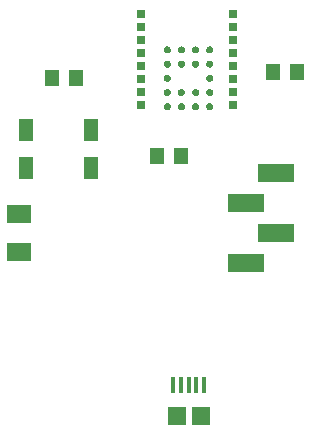
<source format=gtp>
G04 Layer: TopPasteMaskLayer*
G04 EasyEDA v5.9.42, Tue, 16 Apr 2019 11:47:19 GMT*
G04 d50fdd4d9f664dc78ddcbe030e5111f0*
G04 Gerber Generator version 0.2*
G04 Scale: 100 percent, Rotated: No, Reflected: No *
G04 Dimensions in inches *
G04 leading zeros omitted , absolute positions ,2 integer and 4 decimal *
%FSLAX24Y24*%
%MOIN*%
G90*
G70D02*

%ADD13R,0.120000X0.060000*%
%ADD14R,0.078740X0.063000*%
%ADD15R,0.031500X0.027560*%
%ADD16R,0.045670X0.057087*%
%ADD17R,0.015748X0.053150*%
%ADD18R,0.059055X0.061024*%
%ADD19R,0.051200X0.074800*%

%LPD*%
G54D13*
G01X10150Y8800D03*
G01X9150Y7800D03*
G01X10150Y6800D03*
G01X9150Y5800D03*
G54D14*
G01X1600Y6169D03*
G01X1600Y7430D03*
G54D15*
G01X5668Y14070D03*
G01X5668Y13637D03*
G01X5668Y13203D03*
G01X5668Y12771D03*
G01X5668Y12338D03*
G01X5668Y11905D03*
G01X5668Y11471D03*
G01X5668Y11038D03*
G01X8739Y11038D03*
G01X8739Y11471D03*
G01X8739Y11905D03*
G01X8739Y12338D03*
G01X8739Y12771D03*
G01X8739Y13203D03*
G01X8739Y13637D03*
G01X8739Y14070D03*
G36*
G01X6417Y10998D02*
G01X6417Y11013D01*
G01X6419Y11026D01*
G01X6425Y11040D01*
G01X6430Y11053D01*
G01X6438Y11065D01*
G01X6446Y11076D01*
G01X6457Y11088D01*
G01X6467Y11096D01*
G01X6480Y11103D01*
G01X6492Y11109D01*
G01X6507Y11113D01*
G01X6521Y11115D01*
G01X6534Y11117D01*
G01X6534Y11117D01*
G01X6548Y11115D01*
G01X6563Y11113D01*
G01X6576Y11109D01*
G01X6590Y11103D01*
G01X6601Y11096D01*
G01X6613Y11088D01*
G01X6623Y11076D01*
G01X6632Y11065D01*
G01X6640Y11053D01*
G01X6646Y11040D01*
G01X6650Y11026D01*
G01X6651Y11013D01*
G01X6653Y10998D01*
G01X6653Y10998D01*
G01X6651Y10984D01*
G01X6650Y10971D01*
G01X6646Y10957D01*
G01X6640Y10944D01*
G01X6632Y10932D01*
G01X6623Y10921D01*
G01X6613Y10911D01*
G01X6601Y10901D01*
G01X6590Y10894D01*
G01X6576Y10888D01*
G01X6563Y10884D01*
G01X6548Y10882D01*
G01X6534Y10880D01*
G01X6534Y10880D01*
G01X6521Y10882D01*
G01X6507Y10884D01*
G01X6492Y10888D01*
G01X6480Y10894D01*
G01X6467Y10901D01*
G01X6457Y10911D01*
G01X6446Y10921D01*
G01X6438Y10932D01*
G01X6430Y10944D01*
G01X6425Y10957D01*
G01X6419Y10971D01*
G01X6417Y10984D01*
G01X6417Y10998D01*
G01X6417Y10998D01*
G37*
G36*
G01X7126Y10998D02*
G01X7125Y10984D01*
G01X7121Y10971D01*
G01X7117Y10957D01*
G01X7111Y10944D01*
G01X7105Y10932D01*
G01X7096Y10921D01*
G01X7086Y10911D01*
G01X7075Y10901D01*
G01X7061Y10894D01*
G01X7048Y10888D01*
G01X7036Y10884D01*
G01X7021Y10882D01*
G01X7007Y10880D01*
G01X7007Y10880D01*
G01X6992Y10882D01*
G01X6978Y10884D01*
G01X6965Y10888D01*
G01X6953Y10894D01*
G01X6940Y10901D01*
G01X6928Y10911D01*
G01X6919Y10921D01*
G01X6909Y10932D01*
G01X6903Y10944D01*
G01X6896Y10957D01*
G01X6892Y10971D01*
G01X6890Y10984D01*
G01X6888Y10998D01*
G01X6888Y10998D01*
G01X6890Y11013D01*
G01X6892Y11026D01*
G01X6896Y11040D01*
G01X6903Y11053D01*
G01X6909Y11065D01*
G01X6919Y11076D01*
G01X6928Y11088D01*
G01X6940Y11096D01*
G01X6953Y11103D01*
G01X6965Y11109D01*
G01X6978Y11113D01*
G01X6992Y11115D01*
G01X7007Y11117D01*
G01X7007Y11117D01*
G01X7021Y11115D01*
G01X7036Y11113D01*
G01X7048Y11109D01*
G01X7061Y11103D01*
G01X7075Y11096D01*
G01X7086Y11088D01*
G01X7096Y11076D01*
G01X7105Y11065D01*
G01X7111Y11053D01*
G01X7117Y11040D01*
G01X7121Y11026D01*
G01X7125Y11013D01*
G01X7126Y10998D01*
G01X7126Y10998D01*
G37*
G36*
G01X7598Y10998D02*
G01X7596Y10984D01*
G01X7594Y10971D01*
G01X7590Y10957D01*
G01X7584Y10944D01*
G01X7576Y10932D01*
G01X7567Y10921D01*
G01X7557Y10911D01*
G01X7546Y10901D01*
G01X7534Y10894D01*
G01X7521Y10888D01*
G01X7507Y10884D01*
G01X7494Y10882D01*
G01X7480Y10880D01*
G01X7480Y10880D01*
G01X7465Y10882D01*
G01X7451Y10884D01*
G01X7438Y10888D01*
G01X7425Y10894D01*
G01X7413Y10901D01*
G01X7401Y10911D01*
G01X7392Y10921D01*
G01X7382Y10932D01*
G01X7375Y10944D01*
G01X7369Y10957D01*
G01X7365Y10971D01*
G01X7363Y10984D01*
G01X7361Y10998D01*
G01X7361Y10998D01*
G01X7363Y11013D01*
G01X7365Y11026D01*
G01X7369Y11040D01*
G01X7375Y11053D01*
G01X7382Y11065D01*
G01X7392Y11076D01*
G01X7401Y11088D01*
G01X7413Y11096D01*
G01X7425Y11103D01*
G01X7438Y11109D01*
G01X7451Y11113D01*
G01X7465Y11115D01*
G01X7480Y11117D01*
G01X7480Y11117D01*
G01X7494Y11115D01*
G01X7507Y11113D01*
G01X7521Y11109D01*
G01X7534Y11103D01*
G01X7546Y11096D01*
G01X7557Y11088D01*
G01X7567Y11076D01*
G01X7576Y11065D01*
G01X7584Y11053D01*
G01X7590Y11040D01*
G01X7594Y11026D01*
G01X7596Y11013D01*
G01X7598Y10998D01*
G01X7598Y10998D01*
G37*
G36*
G01X8071Y10998D02*
G01X8069Y10984D01*
G01X8067Y10971D01*
G01X8063Y10957D01*
G01X8057Y10944D01*
G01X8050Y10932D01*
G01X8040Y10921D01*
G01X8030Y10911D01*
G01X8019Y10901D01*
G01X8007Y10894D01*
G01X7994Y10888D01*
G01X7980Y10884D01*
G01X7967Y10882D01*
G01X7951Y10880D01*
G01X7951Y10880D01*
G01X7938Y10882D01*
G01X7923Y10884D01*
G01X7911Y10888D01*
G01X7898Y10894D01*
G01X7884Y10901D01*
G01X7873Y10911D01*
G01X7863Y10921D01*
G01X7855Y10932D01*
G01X7848Y10944D01*
G01X7842Y10957D01*
G01X7838Y10971D01*
G01X7834Y10984D01*
G01X7834Y10998D01*
G01X7834Y10998D01*
G01X7834Y11013D01*
G01X7838Y11026D01*
G01X7842Y11040D01*
G01X7848Y11053D01*
G01X7855Y11065D01*
G01X7863Y11076D01*
G01X7873Y11088D01*
G01X7884Y11096D01*
G01X7898Y11103D01*
G01X7911Y11109D01*
G01X7923Y11113D01*
G01X7938Y11115D01*
G01X7951Y11117D01*
G01X7951Y11117D01*
G01X7967Y11115D01*
G01X7980Y11113D01*
G01X7994Y11109D01*
G01X8007Y11103D01*
G01X8019Y11096D01*
G01X8030Y11088D01*
G01X8040Y11076D01*
G01X8050Y11065D01*
G01X8057Y11053D01*
G01X8063Y11040D01*
G01X8067Y11026D01*
G01X8069Y11013D01*
G01X8071Y10998D01*
G01X8071Y10998D01*
G37*
G36*
G01X6653Y11471D02*
G01X6651Y11457D01*
G01X6650Y11442D01*
G01X6646Y11430D01*
G01X6640Y11417D01*
G01X6632Y11405D01*
G01X6623Y11392D01*
G01X6613Y11382D01*
G01X6601Y11373D01*
G01X6590Y11367D01*
G01X6576Y11361D01*
G01X6563Y11357D01*
G01X6548Y11353D01*
G01X6534Y11353D01*
G01X6534Y11353D01*
G01X6521Y11353D01*
G01X6507Y11357D01*
G01X6492Y11361D01*
G01X6480Y11367D01*
G01X6467Y11373D01*
G01X6457Y11382D01*
G01X6446Y11392D01*
G01X6438Y11405D01*
G01X6430Y11417D01*
G01X6425Y11430D01*
G01X6419Y11442D01*
G01X6417Y11457D01*
G01X6417Y11471D01*
G01X6417Y11471D01*
G01X6417Y11486D01*
G01X6419Y11500D01*
G01X6425Y11513D01*
G01X6430Y11526D01*
G01X6438Y11538D01*
G01X6446Y11550D01*
G01X6457Y11559D01*
G01X6467Y11569D01*
G01X6480Y11576D01*
G01X6492Y11582D01*
G01X6507Y11586D01*
G01X6521Y11588D01*
G01X6534Y11590D01*
G01X6534Y11590D01*
G01X6548Y11588D01*
G01X6563Y11586D01*
G01X6576Y11582D01*
G01X6590Y11576D01*
G01X6601Y11569D01*
G01X6613Y11559D01*
G01X6623Y11550D01*
G01X6632Y11538D01*
G01X6640Y11526D01*
G01X6646Y11513D01*
G01X6650Y11500D01*
G01X6651Y11486D01*
G01X6653Y11471D01*
G01X6653Y11471D01*
G37*
G36*
G01X7126Y11471D02*
G01X7125Y11457D01*
G01X7121Y11442D01*
G01X7117Y11430D01*
G01X7111Y11417D01*
G01X7105Y11405D01*
G01X7096Y11392D01*
G01X7086Y11382D01*
G01X7075Y11373D01*
G01X7061Y11367D01*
G01X7048Y11361D01*
G01X7036Y11357D01*
G01X7021Y11353D01*
G01X7007Y11353D01*
G01X7007Y11353D01*
G01X6992Y11353D01*
G01X6978Y11357D01*
G01X6965Y11361D01*
G01X6953Y11367D01*
G01X6940Y11373D01*
G01X6928Y11382D01*
G01X6919Y11392D01*
G01X6909Y11405D01*
G01X6903Y11417D01*
G01X6896Y11430D01*
G01X6892Y11442D01*
G01X6890Y11457D01*
G01X6888Y11471D01*
G01X6888Y11471D01*
G01X6890Y11486D01*
G01X6892Y11500D01*
G01X6896Y11513D01*
G01X6903Y11526D01*
G01X6909Y11538D01*
G01X6919Y11550D01*
G01X6928Y11559D01*
G01X6940Y11569D01*
G01X6953Y11576D01*
G01X6965Y11582D01*
G01X6978Y11586D01*
G01X6992Y11588D01*
G01X7007Y11590D01*
G01X7007Y11590D01*
G01X7021Y11588D01*
G01X7036Y11586D01*
G01X7048Y11582D01*
G01X7061Y11576D01*
G01X7075Y11569D01*
G01X7086Y11559D01*
G01X7096Y11550D01*
G01X7105Y11538D01*
G01X7111Y11526D01*
G01X7117Y11513D01*
G01X7121Y11500D01*
G01X7125Y11486D01*
G01X7126Y11471D01*
G01X7126Y11471D01*
G37*
G36*
G01X7598Y11471D02*
G01X7596Y11457D01*
G01X7594Y11442D01*
G01X7590Y11430D01*
G01X7584Y11417D01*
G01X7576Y11405D01*
G01X7567Y11392D01*
G01X7557Y11382D01*
G01X7546Y11373D01*
G01X7534Y11367D01*
G01X7521Y11361D01*
G01X7507Y11357D01*
G01X7494Y11353D01*
G01X7480Y11353D01*
G01X7480Y11353D01*
G01X7465Y11353D01*
G01X7451Y11357D01*
G01X7438Y11361D01*
G01X7425Y11367D01*
G01X7413Y11373D01*
G01X7401Y11382D01*
G01X7392Y11392D01*
G01X7382Y11405D01*
G01X7375Y11417D01*
G01X7369Y11430D01*
G01X7365Y11442D01*
G01X7363Y11457D01*
G01X7361Y11471D01*
G01X7361Y11471D01*
G01X7363Y11486D01*
G01X7365Y11500D01*
G01X7369Y11513D01*
G01X7375Y11526D01*
G01X7382Y11538D01*
G01X7392Y11550D01*
G01X7401Y11559D01*
G01X7413Y11569D01*
G01X7425Y11576D01*
G01X7438Y11582D01*
G01X7451Y11586D01*
G01X7465Y11588D01*
G01X7480Y11590D01*
G01X7480Y11590D01*
G01X7494Y11588D01*
G01X7507Y11586D01*
G01X7521Y11582D01*
G01X7534Y11576D01*
G01X7546Y11569D01*
G01X7557Y11559D01*
G01X7567Y11550D01*
G01X7576Y11538D01*
G01X7584Y11526D01*
G01X7590Y11513D01*
G01X7594Y11500D01*
G01X7596Y11486D01*
G01X7598Y11471D01*
G01X7598Y11471D01*
G37*
G36*
G01X8071Y11471D02*
G01X8069Y11457D01*
G01X8067Y11442D01*
G01X8063Y11430D01*
G01X8057Y11417D01*
G01X8050Y11405D01*
G01X8040Y11392D01*
G01X8030Y11382D01*
G01X8019Y11373D01*
G01X8007Y11367D01*
G01X7994Y11361D01*
G01X7980Y11357D01*
G01X7967Y11353D01*
G01X7951Y11353D01*
G01X7951Y11353D01*
G01X7938Y11353D01*
G01X7923Y11357D01*
G01X7911Y11361D01*
G01X7898Y11367D01*
G01X7884Y11373D01*
G01X7873Y11382D01*
G01X7863Y11392D01*
G01X7855Y11405D01*
G01X7848Y11417D01*
G01X7842Y11430D01*
G01X7838Y11442D01*
G01X7834Y11457D01*
G01X7834Y11471D01*
G01X7834Y11471D01*
G01X7834Y11486D01*
G01X7838Y11500D01*
G01X7842Y11513D01*
G01X7848Y11526D01*
G01X7855Y11538D01*
G01X7863Y11550D01*
G01X7873Y11559D01*
G01X7884Y11569D01*
G01X7898Y11576D01*
G01X7911Y11582D01*
G01X7923Y11586D01*
G01X7938Y11588D01*
G01X7951Y11590D01*
G01X7951Y11590D01*
G01X7967Y11588D01*
G01X7980Y11586D01*
G01X7994Y11582D01*
G01X8007Y11576D01*
G01X8019Y11569D01*
G01X8030Y11559D01*
G01X8040Y11550D01*
G01X8050Y11538D01*
G01X8057Y11526D01*
G01X8063Y11513D01*
G01X8067Y11500D01*
G01X8069Y11486D01*
G01X8071Y11471D01*
G01X8071Y11471D01*
G37*
G36*
G01X6653Y11944D02*
G01X6651Y11930D01*
G01X6650Y11915D01*
G01X6646Y11901D01*
G01X6640Y11888D01*
G01X6632Y11876D01*
G01X6623Y11865D01*
G01X6613Y11855D01*
G01X6601Y11846D01*
G01X6590Y11838D01*
G01X6576Y11834D01*
G01X6563Y11828D01*
G01X6548Y11826D01*
G01X6534Y11826D01*
G01X6534Y11826D01*
G01X6521Y11826D01*
G01X6507Y11828D01*
G01X6492Y11834D01*
G01X6480Y11838D01*
G01X6467Y11846D01*
G01X6457Y11855D01*
G01X6446Y11865D01*
G01X6438Y11876D01*
G01X6430Y11888D01*
G01X6425Y11901D01*
G01X6419Y11915D01*
G01X6417Y11930D01*
G01X6417Y11944D01*
G01X6417Y11944D01*
G01X6417Y11957D01*
G01X6419Y11971D01*
G01X6425Y11986D01*
G01X6430Y11998D01*
G01X6438Y12011D01*
G01X6446Y12021D01*
G01X6457Y12032D01*
G01X6467Y12040D01*
G01X6480Y12048D01*
G01X6492Y12053D01*
G01X6507Y12059D01*
G01X6521Y12061D01*
G01X6534Y12061D01*
G01X6534Y12061D01*
G01X6548Y12061D01*
G01X6563Y12059D01*
G01X6576Y12053D01*
G01X6590Y12048D01*
G01X6601Y12040D01*
G01X6613Y12032D01*
G01X6623Y12021D01*
G01X6632Y12011D01*
G01X6640Y11998D01*
G01X6646Y11986D01*
G01X6650Y11971D01*
G01X6651Y11957D01*
G01X6653Y11944D01*
G01X6653Y11944D01*
G37*
G36*
G01X8071Y11944D02*
G01X8069Y11930D01*
G01X8067Y11915D01*
G01X8063Y11901D01*
G01X8057Y11888D01*
G01X8050Y11876D01*
G01X8040Y11865D01*
G01X8030Y11855D01*
G01X8019Y11846D01*
G01X8007Y11838D01*
G01X7994Y11834D01*
G01X7980Y11828D01*
G01X7967Y11826D01*
G01X7951Y11826D01*
G01X7951Y11826D01*
G01X7938Y11826D01*
G01X7923Y11828D01*
G01X7911Y11834D01*
G01X7898Y11838D01*
G01X7884Y11846D01*
G01X7873Y11855D01*
G01X7863Y11865D01*
G01X7855Y11876D01*
G01X7848Y11888D01*
G01X7842Y11901D01*
G01X7838Y11915D01*
G01X7834Y11930D01*
G01X7834Y11944D01*
G01X7834Y11944D01*
G01X7834Y11957D01*
G01X7838Y11971D01*
G01X7842Y11986D01*
G01X7848Y11998D01*
G01X7855Y12011D01*
G01X7863Y12021D01*
G01X7873Y12032D01*
G01X7884Y12040D01*
G01X7898Y12048D01*
G01X7911Y12053D01*
G01X7923Y12059D01*
G01X7938Y12061D01*
G01X7951Y12061D01*
G01X7951Y12061D01*
G01X7967Y12061D01*
G01X7980Y12059D01*
G01X7994Y12053D01*
G01X8007Y12048D01*
G01X8019Y12040D01*
G01X8030Y12032D01*
G01X8040Y12021D01*
G01X8050Y12011D01*
G01X8057Y11998D01*
G01X8063Y11986D01*
G01X8067Y11971D01*
G01X8069Y11957D01*
G01X8071Y11944D01*
G01X8071Y11944D01*
G37*
G36*
G01X6653Y12415D02*
G01X6651Y12401D01*
G01X6650Y12388D01*
G01X6646Y12375D01*
G01X6640Y12361D01*
G01X6632Y12348D01*
G01X6623Y12338D01*
G01X6613Y12328D01*
G01X6601Y12319D01*
G01X6590Y12311D01*
G01X6576Y12305D01*
G01X6563Y12301D01*
G01X6548Y12298D01*
G01X6534Y12298D01*
G01X6534Y12298D01*
G01X6521Y12298D01*
G01X6507Y12301D01*
G01X6492Y12305D01*
G01X6480Y12311D01*
G01X6467Y12319D01*
G01X6457Y12328D01*
G01X6446Y12338D01*
G01X6438Y12348D01*
G01X6430Y12361D01*
G01X6425Y12375D01*
G01X6419Y12388D01*
G01X6417Y12401D01*
G01X6417Y12415D01*
G01X6417Y12415D01*
G01X6417Y12430D01*
G01X6419Y12444D01*
G01X6425Y12457D01*
G01X6430Y12471D01*
G01X6438Y12484D01*
G01X6446Y12494D01*
G01X6457Y12505D01*
G01X6467Y12513D01*
G01X6480Y12521D01*
G01X6492Y12526D01*
G01X6507Y12530D01*
G01X6521Y12534D01*
G01X6534Y12534D01*
G01X6534Y12534D01*
G01X6548Y12534D01*
G01X6563Y12530D01*
G01X6576Y12526D01*
G01X6590Y12521D01*
G01X6601Y12513D01*
G01X6613Y12505D01*
G01X6623Y12494D01*
G01X6632Y12484D01*
G01X6640Y12471D01*
G01X6646Y12457D01*
G01X6650Y12444D01*
G01X6651Y12430D01*
G01X6653Y12415D01*
G01X6653Y12415D01*
G37*
G36*
G01X7126Y12415D02*
G01X7125Y12401D01*
G01X7121Y12388D01*
G01X7117Y12375D01*
G01X7111Y12361D01*
G01X7105Y12348D01*
G01X7096Y12338D01*
G01X7086Y12328D01*
G01X7075Y12319D01*
G01X7061Y12311D01*
G01X7048Y12305D01*
G01X7036Y12301D01*
G01X7021Y12298D01*
G01X7007Y12298D01*
G01X7007Y12298D01*
G01X6992Y12298D01*
G01X6978Y12301D01*
G01X6965Y12305D01*
G01X6953Y12311D01*
G01X6940Y12319D01*
G01X6928Y12328D01*
G01X6919Y12338D01*
G01X6909Y12348D01*
G01X6903Y12361D01*
G01X6896Y12375D01*
G01X6892Y12388D01*
G01X6890Y12401D01*
G01X6888Y12415D01*
G01X6888Y12415D01*
G01X6890Y12430D01*
G01X6892Y12444D01*
G01X6896Y12457D01*
G01X6903Y12471D01*
G01X6909Y12484D01*
G01X6919Y12494D01*
G01X6928Y12505D01*
G01X6940Y12513D01*
G01X6953Y12521D01*
G01X6965Y12526D01*
G01X6978Y12530D01*
G01X6992Y12534D01*
G01X7007Y12534D01*
G01X7007Y12534D01*
G01X7021Y12534D01*
G01X7036Y12530D01*
G01X7048Y12526D01*
G01X7061Y12521D01*
G01X7075Y12513D01*
G01X7086Y12505D01*
G01X7096Y12494D01*
G01X7105Y12484D01*
G01X7111Y12471D01*
G01X7117Y12457D01*
G01X7121Y12444D01*
G01X7125Y12430D01*
G01X7126Y12415D01*
G01X7126Y12415D01*
G37*
G36*
G01X7598Y12415D02*
G01X7596Y12401D01*
G01X7594Y12388D01*
G01X7590Y12375D01*
G01X7584Y12361D01*
G01X7576Y12348D01*
G01X7567Y12338D01*
G01X7557Y12328D01*
G01X7546Y12319D01*
G01X7534Y12311D01*
G01X7521Y12305D01*
G01X7507Y12301D01*
G01X7494Y12298D01*
G01X7480Y12298D01*
G01X7480Y12298D01*
G01X7465Y12298D01*
G01X7451Y12301D01*
G01X7438Y12305D01*
G01X7425Y12311D01*
G01X7413Y12319D01*
G01X7401Y12328D01*
G01X7392Y12338D01*
G01X7382Y12348D01*
G01X7375Y12361D01*
G01X7369Y12375D01*
G01X7365Y12388D01*
G01X7363Y12401D01*
G01X7361Y12415D01*
G01X7361Y12415D01*
G01X7363Y12430D01*
G01X7365Y12444D01*
G01X7369Y12457D01*
G01X7375Y12471D01*
G01X7382Y12484D01*
G01X7392Y12494D01*
G01X7401Y12505D01*
G01X7413Y12513D01*
G01X7425Y12521D01*
G01X7438Y12526D01*
G01X7451Y12530D01*
G01X7465Y12534D01*
G01X7480Y12534D01*
G01X7480Y12534D01*
G01X7494Y12534D01*
G01X7507Y12530D01*
G01X7521Y12526D01*
G01X7534Y12521D01*
G01X7546Y12513D01*
G01X7557Y12505D01*
G01X7567Y12494D01*
G01X7576Y12484D01*
G01X7584Y12471D01*
G01X7590Y12457D01*
G01X7594Y12444D01*
G01X7596Y12430D01*
G01X7598Y12415D01*
G01X7598Y12415D01*
G37*
G36*
G01X8071Y12415D02*
G01X8069Y12401D01*
G01X8067Y12388D01*
G01X8063Y12375D01*
G01X8057Y12361D01*
G01X8050Y12348D01*
G01X8040Y12338D01*
G01X8030Y12328D01*
G01X8019Y12319D01*
G01X8007Y12311D01*
G01X7994Y12305D01*
G01X7980Y12301D01*
G01X7967Y12298D01*
G01X7951Y12298D01*
G01X7951Y12298D01*
G01X7938Y12298D01*
G01X7923Y12301D01*
G01X7911Y12305D01*
G01X7898Y12311D01*
G01X7884Y12319D01*
G01X7873Y12328D01*
G01X7863Y12338D01*
G01X7855Y12348D01*
G01X7848Y12361D01*
G01X7842Y12375D01*
G01X7838Y12388D01*
G01X7834Y12401D01*
G01X7834Y12415D01*
G01X7834Y12415D01*
G01X7834Y12430D01*
G01X7838Y12444D01*
G01X7842Y12457D01*
G01X7848Y12471D01*
G01X7855Y12484D01*
G01X7863Y12494D01*
G01X7873Y12505D01*
G01X7884Y12513D01*
G01X7898Y12521D01*
G01X7911Y12526D01*
G01X7923Y12530D01*
G01X7938Y12534D01*
G01X7951Y12534D01*
G01X7951Y12534D01*
G01X7967Y12534D01*
G01X7980Y12530D01*
G01X7994Y12526D01*
G01X8007Y12521D01*
G01X8019Y12513D01*
G01X8030Y12505D01*
G01X8040Y12494D01*
G01X8050Y12484D01*
G01X8057Y12471D01*
G01X8063Y12457D01*
G01X8067Y12444D01*
G01X8069Y12430D01*
G01X8071Y12415D01*
G01X8071Y12415D01*
G37*
G36*
G01X6653Y12888D02*
G01X6651Y12875D01*
G01X6650Y12861D01*
G01X6646Y12846D01*
G01X6640Y12834D01*
G01X6632Y12821D01*
G01X6623Y12811D01*
G01X6613Y12801D01*
G01X6601Y12792D01*
G01X6590Y12784D01*
G01X6576Y12778D01*
G01X6563Y12773D01*
G01X6548Y12771D01*
G01X6534Y12771D01*
G01X6534Y12771D01*
G01X6521Y12771D01*
G01X6507Y12773D01*
G01X6492Y12778D01*
G01X6480Y12784D01*
G01X6467Y12792D01*
G01X6457Y12801D01*
G01X6446Y12811D01*
G01X6438Y12821D01*
G01X6430Y12834D01*
G01X6425Y12846D01*
G01X6419Y12861D01*
G01X6417Y12875D01*
G01X6417Y12888D01*
G01X6417Y12888D01*
G01X6417Y12903D01*
G01X6419Y12917D01*
G01X6425Y12930D01*
G01X6430Y12944D01*
G01X6438Y12955D01*
G01X6446Y12967D01*
G01X6457Y12976D01*
G01X6467Y12986D01*
G01X6480Y12994D01*
G01X6492Y12998D01*
G01X6507Y13003D01*
G01X6521Y13005D01*
G01X6534Y13007D01*
G01X6534Y13007D01*
G01X6548Y13005D01*
G01X6563Y13003D01*
G01X6576Y12998D01*
G01X6590Y12994D01*
G01X6601Y12986D01*
G01X6613Y12976D01*
G01X6623Y12967D01*
G01X6632Y12955D01*
G01X6640Y12944D01*
G01X6646Y12930D01*
G01X6650Y12917D01*
G01X6651Y12903D01*
G01X6653Y12888D01*
G01X6653Y12888D01*
G37*
G36*
G01X7126Y12888D02*
G01X7125Y12875D01*
G01X7121Y12861D01*
G01X7117Y12846D01*
G01X7111Y12834D01*
G01X7105Y12821D01*
G01X7096Y12811D01*
G01X7086Y12801D01*
G01X7075Y12792D01*
G01X7061Y12784D01*
G01X7048Y12778D01*
G01X7036Y12773D01*
G01X7021Y12771D01*
G01X7007Y12771D01*
G01X7007Y12771D01*
G01X6992Y12771D01*
G01X6978Y12773D01*
G01X6965Y12778D01*
G01X6953Y12784D01*
G01X6940Y12792D01*
G01X6928Y12801D01*
G01X6919Y12811D01*
G01X6909Y12821D01*
G01X6903Y12834D01*
G01X6896Y12846D01*
G01X6892Y12861D01*
G01X6890Y12875D01*
G01X6888Y12888D01*
G01X6888Y12888D01*
G01X6890Y12903D01*
G01X6892Y12917D01*
G01X6896Y12930D01*
G01X6903Y12944D01*
G01X6909Y12955D01*
G01X6919Y12967D01*
G01X6928Y12976D01*
G01X6940Y12986D01*
G01X6953Y12994D01*
G01X6965Y12998D01*
G01X6978Y13003D01*
G01X6992Y13005D01*
G01X7007Y13007D01*
G01X7007Y13007D01*
G01X7021Y13005D01*
G01X7036Y13003D01*
G01X7048Y12998D01*
G01X7061Y12994D01*
G01X7075Y12986D01*
G01X7086Y12976D01*
G01X7096Y12967D01*
G01X7105Y12955D01*
G01X7111Y12944D01*
G01X7117Y12930D01*
G01X7121Y12917D01*
G01X7125Y12903D01*
G01X7126Y12888D01*
G01X7126Y12888D01*
G37*
G36*
G01X7598Y12888D02*
G01X7596Y12875D01*
G01X7594Y12861D01*
G01X7590Y12846D01*
G01X7584Y12834D01*
G01X7576Y12821D01*
G01X7567Y12811D01*
G01X7557Y12801D01*
G01X7546Y12792D01*
G01X7534Y12784D01*
G01X7521Y12778D01*
G01X7507Y12773D01*
G01X7494Y12771D01*
G01X7480Y12771D01*
G01X7480Y12771D01*
G01X7465Y12771D01*
G01X7451Y12773D01*
G01X7438Y12778D01*
G01X7425Y12784D01*
G01X7413Y12792D01*
G01X7401Y12801D01*
G01X7392Y12811D01*
G01X7382Y12821D01*
G01X7375Y12834D01*
G01X7369Y12846D01*
G01X7365Y12861D01*
G01X7363Y12875D01*
G01X7361Y12888D01*
G01X7361Y12888D01*
G01X7363Y12903D01*
G01X7365Y12917D01*
G01X7369Y12930D01*
G01X7375Y12944D01*
G01X7382Y12955D01*
G01X7392Y12967D01*
G01X7401Y12976D01*
G01X7413Y12986D01*
G01X7425Y12994D01*
G01X7438Y12998D01*
G01X7451Y13003D01*
G01X7465Y13005D01*
G01X7480Y13007D01*
G01X7480Y13007D01*
G01X7494Y13005D01*
G01X7507Y13003D01*
G01X7521Y12998D01*
G01X7534Y12994D01*
G01X7546Y12986D01*
G01X7557Y12976D01*
G01X7567Y12967D01*
G01X7576Y12955D01*
G01X7584Y12944D01*
G01X7590Y12930D01*
G01X7594Y12917D01*
G01X7596Y12903D01*
G01X7598Y12888D01*
G01X7598Y12888D01*
G37*
G36*
G01X8071Y12888D02*
G01X8069Y12875D01*
G01X8067Y12861D01*
G01X8063Y12846D01*
G01X8057Y12834D01*
G01X8050Y12821D01*
G01X8040Y12811D01*
G01X8030Y12801D01*
G01X8019Y12792D01*
G01X8007Y12784D01*
G01X7994Y12778D01*
G01X7980Y12773D01*
G01X7967Y12771D01*
G01X7951Y12771D01*
G01X7951Y12771D01*
G01X7938Y12771D01*
G01X7923Y12773D01*
G01X7911Y12778D01*
G01X7898Y12784D01*
G01X7884Y12792D01*
G01X7873Y12801D01*
G01X7863Y12811D01*
G01X7855Y12821D01*
G01X7848Y12834D01*
G01X7842Y12846D01*
G01X7838Y12861D01*
G01X7834Y12875D01*
G01X7834Y12888D01*
G01X7834Y12888D01*
G01X7834Y12903D01*
G01X7838Y12917D01*
G01X7842Y12930D01*
G01X7848Y12944D01*
G01X7855Y12955D01*
G01X7863Y12967D01*
G01X7873Y12976D01*
G01X7884Y12986D01*
G01X7898Y12994D01*
G01X7911Y12998D01*
G01X7923Y13003D01*
G01X7938Y13005D01*
G01X7951Y13007D01*
G01X7951Y13007D01*
G01X7967Y13005D01*
G01X7980Y13003D01*
G01X7994Y12998D01*
G01X8007Y12994D01*
G01X8019Y12986D01*
G01X8030Y12976D01*
G01X8040Y12967D01*
G01X8050Y12955D01*
G01X8057Y12944D01*
G01X8063Y12930D01*
G01X8067Y12917D01*
G01X8069Y12903D01*
G01X8071Y12888D01*
G01X8071Y12888D01*
G37*
G54D16*
G01X2700Y11950D03*
G01X3500Y11950D03*
G01X6200Y9350D03*
G01X7000Y9350D03*
G54D17*
G01X7761Y1734D03*
G01X7505Y1734D03*
G01X7250Y1734D03*
G01X6994Y1734D03*
G01X6738Y1734D03*
G54D18*
G01X6856Y671D03*
G01X7643Y671D03*
G54D19*
G01X3980Y10230D03*
G01X1819Y10230D03*
G01X1819Y8969D03*
G01X3980Y8969D03*
G54D16*
G01X10050Y12150D03*
G01X10850Y12150D03*
M00*
M02*

</source>
